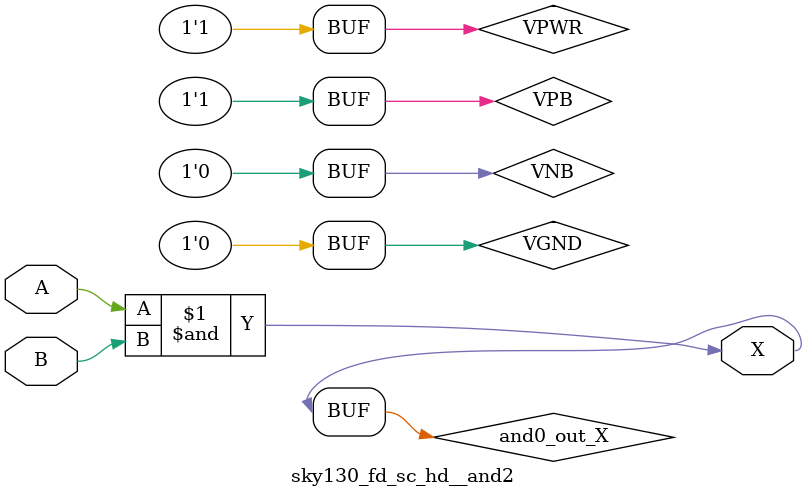
<source format=v>
/*
 * Copyright 2020 The SkyWater PDK Authors
 *
 * Licensed under the Apache License, Version 2.0 (the "License");
 * you may not use this file except in compliance with the License.
 * You may obtain a copy of the License at
 *
 *     https://www.apache.org/licenses/LICENSE-2.0
 *
 * Unless required by applicable law or agreed to in writing, software
 * distributed under the License is distributed on an "AS IS" BASIS,
 * WITHOUT WARRANTIES OR CONDITIONS OF ANY KIND, either express or implied.
 * See the License for the specific language governing permissions and
 * limitations under the License.
 *
 * SPDX-License-Identifier: Apache-2.0
*/


`ifndef SKY130_FD_SC_HD__AND2_TIMING_V
`define SKY130_FD_SC_HD__AND2_TIMING_V

/**
 * and2: 2-input AND.
 *
 * Verilog simulation timing model.
 */

`timescale 1ns / 1ps
`default_nettype none

`celldefine
module sky130_fd_sc_hd__and2 (
    X,
    A,
    B
);

    // Module ports
    output X;
    input  A;
    input  B;

    // Module supplies
    supply1 VPWR;
    supply0 VGND;
    supply1 VPB ;
    supply0 VNB ;

    // Local signals
    wire and0_out_X;

    //  Name  Output      Other arguments
    and and0 (and0_out_X, A, B           );
    buf buf0 (X         , and0_out_X     );

endmodule
`endcelldefine

`default_nettype wire
`endif  // SKY130_FD_SC_HD__AND2_TIMING_V

</source>
